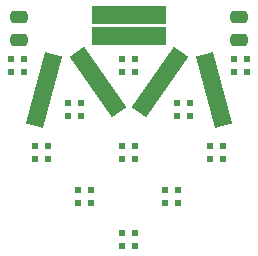
<source format=gbr>
G04 #@! TF.GenerationSoftware,KiCad,Pcbnew,(5.99.0-10027-g0561ce903e)*
G04 #@! TF.CreationDate,2021-08-15T01:29:50-07:00*
G04 #@! TF.ProjectId,scale_cca,7363616c-655f-4636-9361-2e6b69636164,v1r0*
G04 #@! TF.SameCoordinates,Original*
G04 #@! TF.FileFunction,Paste,Top*
G04 #@! TF.FilePolarity,Positive*
%FSLAX46Y46*%
G04 Gerber Fmt 4.6, Leading zero omitted, Abs format (unit mm)*
G04 Created by KiCad (PCBNEW (5.99.0-10027-g0561ce903e)) date 2021-08-15 01:29:50*
%MOMM*%
%LPD*%
G01*
G04 APERTURE LIST*
G04 Aperture macros list*
%AMRoundRect*
0 Rectangle with rounded corners*
0 $1 Rounding radius*
0 $2 $3 $4 $5 $6 $7 $8 $9 X,Y pos of 4 corners*
0 Add a 4 corners polygon primitive as box body*
4,1,4,$2,$3,$4,$5,$6,$7,$8,$9,$2,$3,0*
0 Add four circle primitives for the rounded corners*
1,1,$1+$1,$2,$3*
1,1,$1+$1,$4,$5*
1,1,$1+$1,$6,$7*
1,1,$1+$1,$8,$9*
0 Add four rect primitives between the rounded corners*
20,1,$1+$1,$2,$3,$4,$5,0*
20,1,$1+$1,$4,$5,$6,$7,0*
20,1,$1+$1,$6,$7,$8,$9,0*
20,1,$1+$1,$8,$9,$2,$3,0*%
%AMRotRect*
0 Rectangle, with rotation*
0 The origin of the aperture is its center*
0 $1 length*
0 $2 width*
0 $3 Rotation angle, in degrees counterclockwise*
0 Add horizontal line*
21,1,$1,$2,0,0,$3*%
G04 Aperture macros list end*
%ADD10RotRect,6.250000X1.500000X305.000000*%
%ADD11R,0.600000X0.600000*%
%ADD12R,6.250000X1.500000*%
%ADD13RotRect,6.250000X1.500000X75.000000*%
%ADD14RoundRect,0.250000X-0.475000X0.250000X-0.475000X-0.250000X0.475000X-0.250000X0.475000X0.250000X0*%
%ADD15RotRect,6.250000X1.500000X285.000000*%
%ADD16RotRect,6.250000X1.500000X55.000000*%
G04 APERTURE END LIST*
D10*
X33909000Y-44551600D03*
D11*
X33316000Y-54779000D03*
X33316000Y-53679000D03*
X32216000Y-53679000D03*
X32216000Y-54779000D03*
D12*
X36512500Y-38862000D03*
D13*
X29337000Y-45212000D03*
D11*
X32427000Y-47413000D03*
X32427000Y-46313000D03*
X31327000Y-46313000D03*
X31327000Y-47413000D03*
D14*
X45847000Y-39055000D03*
X45847000Y-40955000D03*
D11*
X40682000Y-54779000D03*
X40682000Y-53679000D03*
X39582000Y-53679000D03*
X39582000Y-54779000D03*
X27601000Y-43730000D03*
X27601000Y-42630000D03*
X26501000Y-42630000D03*
X26501000Y-43730000D03*
X37062500Y-51096000D03*
X37062500Y-49996000D03*
X35962500Y-49996000D03*
X35962500Y-51096000D03*
D12*
X36512500Y-40640000D03*
D11*
X44492000Y-51096000D03*
X44492000Y-49996000D03*
X43392000Y-49996000D03*
X43392000Y-51096000D03*
D14*
X27178000Y-39055000D03*
X27178000Y-40955000D03*
D11*
X29633000Y-51096000D03*
X29633000Y-49996000D03*
X28533000Y-49996000D03*
X28533000Y-51096000D03*
X41698000Y-47413000D03*
X41698000Y-46313000D03*
X40598000Y-46313000D03*
X40598000Y-47413000D03*
X37062500Y-43730000D03*
X37062500Y-42630000D03*
X35962500Y-42630000D03*
X35962500Y-43730000D03*
D15*
X43688000Y-45212000D03*
D11*
X37062500Y-58462000D03*
X37062500Y-57362000D03*
X35962500Y-57362000D03*
X35962500Y-58462000D03*
X46524000Y-43730000D03*
X46524000Y-42630000D03*
X45424000Y-42630000D03*
X45424000Y-43730000D03*
D16*
X39116000Y-44551600D03*
M02*

</source>
